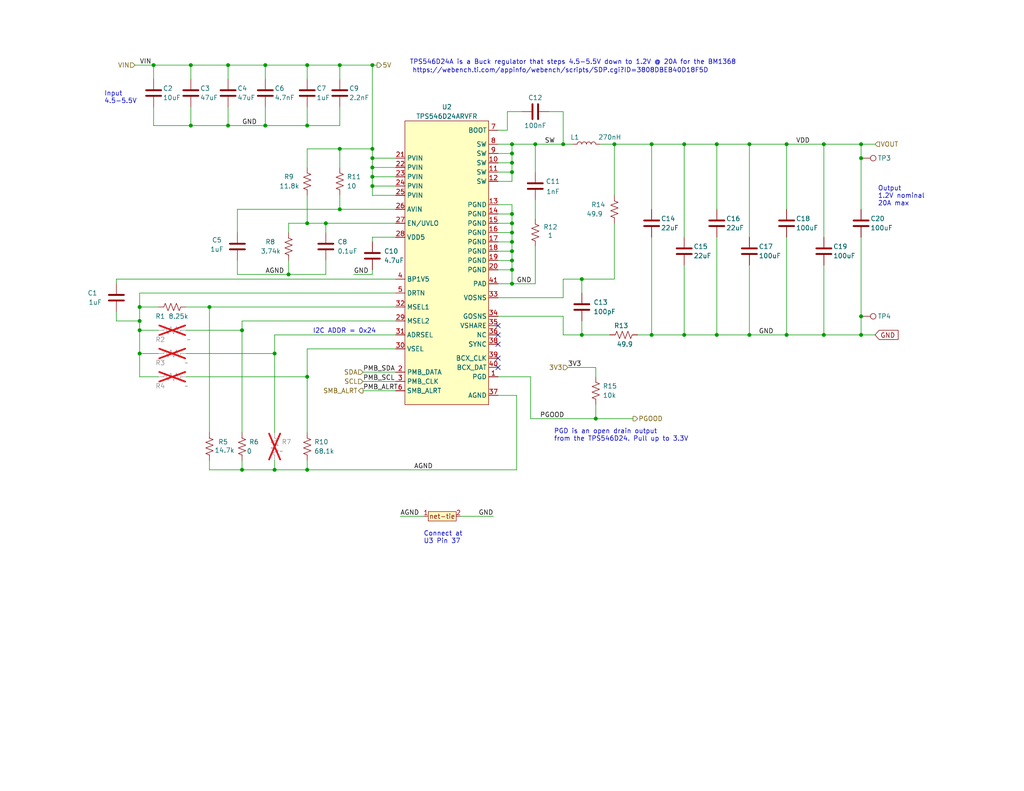
<source format=kicad_sch>
(kicad_sch (version 20231120) (generator "eeschema") (generator_version "8.0")
  (paper "A")
  (title_block (title "bitaxeSupra") (date "2024-04-07") (rev "402"))
  (lib_symbols
    (symbol "Connector:TestPoint" (pin_numbers hide) (pin_names (offset 0.762) hide)
      (property "Reference" "TP" (at 0 6.858 0))
      (property "Value" "TestPoint" (at 0 5.08 0))
      (symbol "TestPoint_0_1"
        (circle (center 0 3.302) (radius 0.762))
      )
      (symbol "TestPoint_1_1"
        (pin passive line (at 0 0 90) (length 2.54) (name "1") (number "1"))
      )
    )
    (symbol "Device:C" (pin_numbers hide) (pin_names (offset 0.254))
      (property "Reference" "C" (at 0.635 2.54 0))
      (property "Value" "C" (at 0.635 -2.54 0))
      (symbol "C_0_1"
        (polyline (pts (xy -2.032 -0.762) (xy 2.032 -0.762)) (stroke (width 0.508)))
        (polyline (pts (xy -2.032 0.762) (xy 2.032 0.762)) (stroke (width 0.508)))
      )
      (symbol "C_1_1"
        (pin passive line (at 0 3.81 270) (length 2.794) (name "~") (number "1"))
        (pin passive line (at 0 -3.81 90) (length 2.794) (name "~") (number "2"))
      )
    )
    (symbol "Device:L" (pin_numbers hide) (pin_names (offset 1.016) hide)
      (property "Reference" "L" (at -1.27 0 90))
      (property "Value" "L" (at 1.905 0 90))
      (symbol "L_0_1"
        (arc (start 0 -2.54) (mid 0.6323 -1.905) (end 0 -1.27))
        (arc (start 0 -1.27) (mid 0.6323 -0.635) (end 0 0))
        (arc (start 0 0) (mid 0.6323 0.635) (end 0 1.27))
        (arc (start 0 1.27) (mid 0.6323 1.905) (end 0 2.54))
      )
      (symbol "L_1_1"
        (pin passive line (at 0 3.81 270) (length 1.27) (name "1") (number "1"))
        (pin passive line (at 0 -3.81 90) (length 1.27) (name "2") (number "2"))
      )
    )
    (symbol "Device:R_US" (pin_numbers hide) (pin_names (offset 0))
      (property "Reference" "R" (at 2.54 0 90))
      (property "Value" "R_US" (at -2.54 0 90))
      (symbol "R_US_0_1"
        (polyline (pts (xy 0 -2.286) (xy 0 -2.54)))
        (polyline (pts (xy 0 2.286) (xy 0 2.54)))
        (polyline (pts (xy 0 -0.762) (xy 1.016 -1.143) (xy 0 -1.524) (xy -1.016 -1.905) (xy 0 -2.286)))
        (polyline (pts (xy 0 0.762) (xy 1.016 0.381) (xy 0 0) (xy -1.016 -0.381) (xy 0 -0.762)))
        (polyline (pts (xy 0 2.286) (xy 1.016 1.905) (xy 0 1.524) (xy -1.016 1.143) (xy 0 0.762)))
      )
      (symbol "R_US_1_1"
        (pin passive line (at 0 3.81 270) (length 1.27) (name "~") (number "1"))
        (pin passive line (at 0 -3.81 90) (length 1.27) (name "~") (number "2"))
      )
    )
    (symbol "bitaxe:TPS546D24"
      (property "Reference" "U10" (at 0 45.72 0))
      (property "Value" "TPS546D24ARVFR" (at 0 43.18 0))
      (symbol "TPS546D24_0_1"
        (rectangle (start -11.43 41.91) (end 11.43 -35.56) (stroke (width 0.1524)) (fill (type background)))
      )
      (symbol "TPS546D24_1_1"
        (pin input line (at 13.97 -27.94 180) (length 2.54) (name "PGD") (number "1"))
        (pin power_in line (at 13.97 30.48 180) (length 2.54) (name "SW") (number "10"))
        (pin output line (at 13.97 27.94 180) (length 2.54) (name "SW") (number "11"))
        (pin power_out line (at 13.97 25.4 180) (length 2.54) (name "SW") (number "12"))
        (pin output line (at 13.97 19.05 180) (length 2.54) (name "PGND") (number "13"))
        (pin output line (at 13.97 16.51 180) (length 2.54) (name "PGND") (number "14"))
        (pin input line (at 13.97 13.97 180) (length 2.54) (name "PGND") (number "15"))
        (pin input line (at 13.97 11.43 180) (length 2.54) (name "PGND") (number "16"))
        (pin power_in line (at 13.97 8.89 180) (length 2.54) (name "PGND") (number "17"))
        (pin input line (at 13.97 6.35 180) (length 2.54) (name "PGND") (number "18"))
        (pin input line (at 13.97 3.81 180) (length 2.54) (name "PGND") (number "19"))
        (pin input line (at -13.97 -26.67 0) (length 2.54) (name "PMB_DATA") (number "2"))
        (pin power_in line (at 13.97 1.27 180) (length 2.54) (name "PGND") (number "20"))
        (pin input line (at -13.97 31.75 0) (length 2.54) (name "PVIN") (number "21"))
        (pin input line (at -13.97 29.21 0) (length 2.54) (name "PVIN") (number "22"))
        (pin input line (at -13.97 26.67 0) (length 2.54) (name "PVIN") (number "23"))
        (pin input line (at -13.97 24.13 0) (length 2.54) (name "PVIN") (number "24"))
        (pin input line (at -13.97 21.59 0) (length 2.54) (name "PVIN") (number "25"))
        (pin input line (at -13.97 17.78 0) (length 2.54) (name "AVIN") (number "26"))
        (pin input line (at -13.97 13.97 0) (length 2.54) (name "EN/UVLO") (number "27"))
        (pin output line (at -13.97 10.16 0) (length 2.54) (name "VDD5") (number "28"))
        (pin input line (at -13.97 -12.7 0) (length 2.54) (name "MSEL2") (number "29"))
        (pin input line (at -13.97 -29.21 0) (length 2.54) (name "PMB_CLK") (number "3"))
        (pin input line (at -13.97 -20.32 0) (length 2.54) (name "VSEL") (number "30"))
        (pin input line (at -13.97 -16.51 0) (length 2.54) (name "ADRSEL") (number "31"))
        (pin input line (at -13.97 -8.89 0) (length 2.54) (name "MSEL1") (number "32"))
        (pin output line (at 13.97 -6.35 180) (length 2.54) (name "VOSNS") (number "33"))
        (pin output line (at 13.97 -11.43 180) (length 2.54) (name "GOSNS") (number "34"))
        (pin input line (at 13.97 -13.97 180) (length 2.54) (name "VSHARE") (number "35"))
        (pin input line (at 13.97 -16.51 180) (length 2.54) (name "NC") (number "36"))
        (pin power_in line (at 13.97 -33.02 180) (length 2.54) (name "AGND") (number "37"))
        (pin input line (at 13.97 -19.05 180) (length 2.54) (name "SYNC") (number "38"))
        (pin input line (at 13.97 -22.86 180) (length 2.54) (name "BCX_CLK") (number "39"))
        (pin input line (at -13.97 -1.27 0) (length 2.54) (name "BP1V5") (number "4"))
        (pin input line (at 13.97 -25.4 180) (length 2.54) (name "BCX_DAT") (number "40"))
        (pin power_in line (at 13.97 -2.54 180) (length 2.54) (name "PAD") (number "41"))
        (pin input line (at -13.97 -5.08 0) (length 2.54) (name "DRTN") (number "5"))
        (pin input line (at -13.97 -31.75 0) (length 2.54) (name "SMB_ALRT") (number "6"))
        (pin input line (at 13.97 39.37 180) (length 2.54) (name "BOOT") (number "7"))
        (pin output line (at 13.97 35.56 180) (length 2.54) (name "SW") (number "8"))
        (pin power_in line (at 13.97 33.02 180) (length 2.54) (name "SW") (number "9"))
      )
    )
    (symbol "bitaxe:net-tie"
      (symbol "net-tie_0_1"
        (rectangle (start -3.81 1.27) (end 3.81 -1.27) (stroke (width 0.1524)) (fill (type background)))
      )
      (symbol "net-tie_1_0"
        (pin bidirectional line (at -5.08 0 0) (length 1.27) (name "") (number "1"))
        (pin bidirectional line (at 5.08 0 180) (length 1.27) (name "") (number "2"))
      )
      (symbol "net-tie_1_1"
        (text "net-tie" (at 0 0 0) (effects (font (size 1.27 1.27))))
      )
    )
  )
  (junction (at 66.04 90.17))
  (junction (at 83.82 60.96))
  (junction (at 62.23 17.78))
  (junction (at 139.7 46.99))
  (junction (at 186.69 39.37))
  (junction (at 146.05 39.37))
  (junction (at 38.1 96.52))
  (junction (at 234.95 91.44))
  (junction (at 83.82 17.78))
  (junction (at 52.07 17.78))
  (junction (at 162.56 114.3))
  (junction (at 41.91 17.78))
  (junction (at 101.6 45.72))
  (junction (at 224.79 91.44))
  (junction (at 195.58 39.37))
  (junction (at 83.82 128.27))
  (junction (at 234.95 39.37))
  (junction (at 92.71 57.15))
  (junction (at 92.71 17.78))
  (junction (at 186.69 91.44))
  (junction (at 38.1 83.82))
  (junction (at 72.39 34.29))
  (junction (at 52.07 34.29))
  (junction (at 83.82 102.87))
  (junction (at 177.8 39.37))
  (junction (at 57.15 83.82))
  (junction (at 92.71 40.64))
  (junction (at 78.74 74.93))
  (junction (at 101.6 43.18))
  (junction (at 153.67 39.37))
  (junction (at 74.93 128.27))
  (junction (at 204.47 39.37))
  (junction (at 139.7 63.5))
  (junction (at 158.75 91.44))
  (junction (at 139.7 58.42))
  (junction (at 101.6 48.26))
  (junction (at 139.7 41.91))
  (junction (at 139.7 66.04))
  (junction (at 234.95 43.18))
  (junction (at 214.63 91.44))
  (junction (at 214.63 39.37))
  (junction (at 139.7 60.96))
  (junction (at 224.79 39.37))
  (junction (at 177.8 91.44))
  (junction (at 234.95 86.36))
  (junction (at 139.7 44.45))
  (junction (at 167.64 39.37))
  (junction (at 74.93 96.52))
  (junction (at 101.6 50.8))
  (junction (at 139.7 77.47))
  (junction (at 139.7 73.66))
  (junction (at 204.47 91.44))
  (junction (at 101.6 17.78))
  (junction (at 72.39 17.78))
  (junction (at 38.1 87.63))
  (junction (at 139.7 71.12))
  (junction (at 101.6 40.64))
  (junction (at 139.7 68.58))
  (junction (at 195.58 91.44))
  (junction (at 62.23 34.29))
  (junction (at 38.1 90.17))
  (junction (at 158.75 76.2))
  (junction (at 66.04 128.27))
  (junction (at 83.82 34.29))
  (junction (at 88.9 60.96))
  (junction (at 139.7 39.37))
  (no_connect (at 135.89 88.9))
  (no_connect (at 135.89 93.98))
  (no_connect (at 135.89 97.79))
  (no_connect (at 135.89 91.44))
  (no_connect (at 135.89 100.33))
  (wire (pts (xy 146.05 59.69) (xy 146.05 54.61)))
  (wire (pts (xy 139.7 41.91) (xy 139.7 39.37)))
  (wire (pts (xy 92.71 45.72) (xy 92.71 40.64)))
  (wire (pts (xy 139.7 73.66) (xy 139.7 77.47)))
  (wire (pts (xy 92.71 53.34) (xy 92.71 57.15)))
  (wire (pts (xy 31.75 76.2) (xy 31.75 77.47)))
  (wire (pts (xy 195.58 39.37) (xy 195.58 57.15)))
  (wire (pts (xy 88.9 60.96) (xy 107.95 60.96)))
  (wire (pts (xy 101.6 43.18) (xy 107.95 43.18)))
  (wire (pts (xy 101.6 45.72) (xy 101.6 48.26)))
  (wire (pts (xy 72.39 34.29) (xy 83.82 34.29)))
  (wire (pts (xy 224.79 72.39) (xy 224.79 91.44)))
  (wire (pts (xy 62.23 17.78) (xy 62.23 21.59)))
  (wire (pts (xy 167.64 39.37) (xy 177.8 39.37)))
  (wire (pts (xy 101.6 40.64) (xy 101.6 43.18)))
  (wire (pts (xy 153.67 39.37) (xy 156.21 39.37)))
  (wire (pts (xy 146.05 46.99) (xy 146.05 39.37)))
  (wire (pts (xy 101.6 66.04) (xy 101.6 64.77)))
  (wire (pts (xy 83.82 60.96) (xy 78.74 60.96)))
  (wire (pts (xy 66.04 87.63) (xy 66.04 90.17)))
  (wire (pts (xy 83.82 40.64) (xy 92.71 40.64)))
  (wire (pts (xy 139.7 58.42) (xy 139.7 60.96)))
  (wire (pts (xy 66.04 128.27) (xy 74.93 128.27)))
  (wire (pts (xy 162.56 114.3) (xy 172.72 114.3)))
  (wire (pts (xy 78.74 71.12) (xy 78.74 74.93)))
  (wire (pts (xy 72.39 29.21) (xy 72.39 34.29)))
  (wire (pts (xy 96.52 74.93) (xy 101.6 74.93)))
  (wire (pts (xy 52.07 34.29) (xy 62.23 34.29)))
  (wire (pts (xy 135.89 102.87) (xy 144.78 102.87)))
  (wire (pts (xy 38.1 90.17) (xy 43.18 90.17)))
  (wire (pts (xy 31.75 87.63) (xy 38.1 87.63)))
  (wire (pts (xy 31.75 85.09) (xy 31.75 87.63)))
  (wire (pts (xy 135.89 58.42) (xy 139.7 58.42)))
  (wire (pts (xy 41.91 17.78) (xy 52.07 17.78)))
  (wire (pts (xy 195.58 91.44) (xy 204.47 91.44)))
  (wire (pts (xy 83.82 102.87) (xy 83.82 118.11)))
  (wire (pts (xy 234.95 43.18) (xy 234.95 57.15)))
  (wire (pts (xy 64.77 74.93) (xy 78.74 74.93)))
  (wire (pts (xy 88.9 71.12) (xy 88.9 74.93)))
  (wire (pts (xy 139.7 49.53) (xy 139.7 46.99)))
  (wire (pts (xy 101.6 50.8) (xy 101.6 53.34)))
  (wire (pts (xy 204.47 91.44) (xy 214.63 91.44)))
  (wire (pts (xy 101.6 17.78) (xy 92.71 17.78)))
  (wire (pts (xy 135.89 107.95) (xy 140.97 107.95)))
  (wire (pts (xy 36.83 17.78) (xy 41.91 17.78)))
  (wire (pts (xy 177.8 91.44) (xy 186.69 91.44)))
  (wire (pts (xy 214.63 91.44) (xy 224.79 91.44)))
  (wire (pts (xy 64.77 63.5) (xy 64.77 57.15)))
  (wire (pts (xy 38.1 87.63) (xy 38.1 90.17)))
  (wire (pts (xy 38.1 90.17) (xy 38.1 96.52)))
  (wire (pts (xy 214.63 57.15) (xy 214.63 39.37)))
  (wire (pts (xy 52.07 17.78) (xy 52.07 21.59)))
  (wire (pts (xy 204.47 72.39) (xy 204.47 91.44)))
  (wire (pts (xy 153.67 30.48) (xy 153.67 39.37)))
  (wire (pts (xy 83.82 60.96) (xy 88.9 60.96)))
  (wire (pts (xy 107.95 76.2) (xy 31.75 76.2)))
  (wire (pts (xy 38.1 102.87) (xy 43.18 102.87)))
  (wire (pts (xy 177.8 39.37) (xy 186.69 39.37)))
  (wire (pts (xy 139.7 44.45) (xy 139.7 41.91)))
  (wire (pts (xy 83.82 125.73) (xy 83.82 128.27)))
  (wire (pts (xy 204.47 39.37) (xy 204.47 64.77)))
  (wire (pts (xy 167.64 60.96) (xy 167.64 76.2)))
  (wire (pts (xy 83.82 45.72) (xy 83.82 40.64)))
  (wire (pts (xy 38.1 96.52) (xy 38.1 102.87)))
  (wire (pts (xy 83.82 95.25) (xy 83.82 102.87)))
  (wire (pts (xy 101.6 43.18) (xy 101.6 45.72)))
  (wire (pts (xy 83.82 17.78) (xy 83.82 21.59)))
  (wire (pts (xy 135.89 81.28) (xy 153.67 81.28)))
  (wire (pts (xy 144.78 114.3) (xy 162.56 114.3)))
  (wire (pts (xy 158.75 76.2) (xy 167.64 76.2)))
  (wire (pts (xy 139.7 71.12) (xy 139.7 73.66)))
  (wire (pts (xy 38.1 96.52) (xy 43.18 96.52)))
  (wire (pts (xy 135.89 46.99) (xy 139.7 46.99)))
  (wire (pts (xy 50.8 83.82) (xy 57.15 83.82)))
  (wire (pts (xy 144.78 102.87) (xy 144.78 114.3)))
  (wire (pts (xy 99.06 101.6) (xy 107.95 101.6)))
  (wire (pts (xy 83.82 17.78) (xy 92.71 17.78)))
  (wire (pts (xy 158.75 91.44) (xy 166.37 91.44)))
  (wire (pts (xy 101.6 48.26) (xy 101.6 50.8)))
  (wire (pts (xy 83.82 53.34) (xy 83.82 60.96)))
  (wire (pts (xy 139.7 63.5) (xy 139.7 66.04)))
  (wire (pts (xy 162.56 110.49) (xy 162.56 114.3)))
  (wire (pts (xy 88.9 63.5) (xy 88.9 60.96)))
  (wire (pts (xy 158.75 87.63) (xy 158.75 91.44)))
  (wire (pts (xy 50.8 96.52) (xy 74.93 96.52)))
  (wire (pts (xy 41.91 21.59) (xy 41.91 17.78)))
  (wire (pts (xy 139.7 55.88) (xy 139.7 58.42)))
  (wire (pts (xy 78.74 60.96) (xy 78.74 63.5)))
  (wire (pts (xy 139.7 73.66) (xy 135.89 73.66)))
  (wire (pts (xy 224.79 91.44) (xy 234.95 91.44)))
  (wire (pts (xy 101.6 45.72) (xy 107.95 45.72)))
  (wire (pts (xy 135.89 86.36) (xy 153.67 86.36)))
  (wire (pts (xy 101.6 50.8) (xy 107.95 50.8)))
  (wire (pts (xy 72.39 17.78) (xy 72.39 21.59)))
  (wire (pts (xy 139.7 39.37) (xy 146.05 39.37)))
  (wire (pts (xy 66.04 125.73) (xy 66.04 128.27)))
  (wire (pts (xy 214.63 64.77) (xy 214.63 91.44)))
  (wire (pts (xy 83.82 128.27) (xy 140.97 128.27)))
  (wire (pts (xy 139.7 39.37) (xy 135.89 39.37)))
  (wire (pts (xy 99.06 104.14) (xy 107.95 104.14)))
  (wire (pts (xy 158.75 76.2) (xy 158.75 80.01)))
  (wire (pts (xy 135.89 66.04) (xy 139.7 66.04)))
  (wire (pts (xy 101.6 73.66) (xy 101.6 74.93)))
  (wire (pts (xy 101.6 48.26) (xy 107.95 48.26)))
  (wire (pts (xy 234.95 64.77) (xy 234.95 86.36)))
  (wire (pts (xy 186.69 91.44) (xy 195.58 91.44)))
  (wire (pts (xy 57.15 128.27) (xy 66.04 128.27)))
  (wire (pts (xy 234.95 91.44) (xy 238.76 91.44)))
  (wire (pts (xy 92.71 17.78) (xy 92.71 21.59)))
  (wire (pts (xy 57.15 125.73) (xy 57.15 128.27)))
  (wire (pts (xy 234.95 39.37) (xy 234.95 43.18)))
  (wire (pts (xy 101.6 17.78) (xy 101.6 40.64)))
  (wire (pts (xy 72.39 17.78) (xy 83.82 17.78)))
  (wire (pts (xy 135.89 71.12) (xy 139.7 71.12)))
  (wire (pts (xy 38.1 83.82) (xy 43.18 83.82)))
  (wire (pts (xy 135.89 68.58) (xy 139.7 68.58)))
  (wire (pts (xy 139.7 68.58) (xy 139.7 71.12)))
  (wire (pts (xy 177.8 64.77) (xy 177.8 91.44)))
  (wire (pts (xy 163.83 39.37) (xy 167.64 39.37)))
  (wire (pts (xy 195.58 39.37) (xy 204.47 39.37)))
  (wire (pts (xy 153.67 91.44) (xy 158.75 91.44)))
  (wire (pts (xy 234.95 86.36) (xy 234.95 91.44)))
  (wire (pts (xy 139.7 46.99) (xy 139.7 44.45)))
  (wire (pts (xy 64.77 57.15) (xy 92.71 57.15)))
  (wire (pts (xy 50.8 102.87) (xy 83.82 102.87)))
  (wire (pts (xy 149.86 30.48) (xy 153.67 30.48)))
  (wire (pts (xy 52.07 29.21) (xy 52.07 34.29)))
  (wire (pts (xy 214.63 39.37) (xy 224.79 39.37)))
  (wire (pts (xy 125.73 140.97) (xy 134.62 140.97)))
  (wire (pts (xy 138.43 35.56) (xy 138.43 30.48)))
  (wire (pts (xy 101.6 64.77) (xy 107.95 64.77)))
  (wire (pts (xy 101.6 17.78) (xy 102.87 17.78)))
  (wire (pts (xy 41.91 29.21) (xy 41.91 34.29)))
  (wire (pts (xy 153.67 81.28) (xy 153.67 76.2)))
  (wire (pts (xy 204.47 39.37) (xy 214.63 39.37)))
  (wire (pts (xy 146.05 77.47) (xy 139.7 77.47)))
  (wire (pts (xy 92.71 34.29) (xy 92.71 29.21)))
  (wire (pts (xy 153.67 86.36) (xy 153.67 91.44)))
  (wire (pts (xy 173.99 91.44) (xy 177.8 91.44)))
  (wire (pts (xy 138.43 30.48) (xy 142.24 30.48)))
  (wire (pts (xy 74.93 91.44) (xy 74.93 96.52)))
  (wire (pts (xy 146.05 67.31) (xy 146.05 77.47)))
  (wire (pts (xy 146.05 39.37) (xy 153.67 39.37)))
  (wire (pts (xy 57.15 83.82) (xy 107.95 83.82)))
  (wire (pts (xy 135.89 63.5) (xy 139.7 63.5)))
  (wire (pts (xy 186.69 39.37) (xy 195.58 39.37)))
  (wire (pts (xy 177.8 39.37) (xy 177.8 57.15)))
  (wire (pts (xy 234.95 39.37) (xy 238.76 39.37)))
  (wire (pts (xy 38.1 83.82) (xy 38.1 87.63)))
  (wire (pts (xy 92.71 40.64) (xy 101.6 40.64)))
  (wire (pts (xy 135.89 44.45) (xy 139.7 44.45)))
  (wire (pts (xy 167.64 39.37) (xy 167.64 53.34)))
  (wire (pts (xy 135.89 60.96) (xy 139.7 60.96)))
  (wire (pts (xy 195.58 64.77) (xy 195.58 91.44)))
  (wire (pts (xy 135.89 35.56) (xy 138.43 35.56)))
  (wire (pts (xy 162.56 102.87) (xy 162.56 100.33)))
  (wire (pts (xy 186.69 72.39) (xy 186.69 91.44)))
  (wire (pts (xy 66.04 90.17) (xy 66.04 118.11)))
  (wire (pts (xy 74.93 91.44) (xy 107.95 91.44)))
  (wire (pts (xy 62.23 29.21) (xy 62.23 34.29)))
  (wire (pts (xy 52.07 17.78) (xy 62.23 17.78)))
  (wire (pts (xy 135.89 41.91) (xy 139.7 41.91)))
  (wire (pts (xy 154.94 100.33) (xy 162.56 100.33)))
  (wire (pts (xy 66.04 87.63) (xy 107.95 87.63)))
  (wire (pts (xy 92.71 57.15) (xy 107.95 57.15)))
  (wire (pts (xy 107.95 53.34) (xy 101.6 53.34)))
  (wire (pts (xy 74.93 128.27) (xy 83.82 128.27)))
  (wire (pts (xy 140.97 107.95) (xy 140.97 128.27)))
  (wire (pts (xy 38.1 80.01) (xy 107.95 80.01)))
  (wire (pts (xy 139.7 60.96) (xy 139.7 63.5)))
  (wire (pts (xy 83.82 95.25) (xy 107.95 95.25)))
  (wire (pts (xy 57.15 83.82) (xy 57.15 118.11)))
  (wire (pts (xy 62.23 17.78) (xy 72.39 17.78)))
  (wire (pts (xy 83.82 34.29) (xy 92.71 34.29)))
  (wire (pts (xy 74.93 96.52) (xy 74.93 118.11)))
  (wire (pts (xy 78.74 74.93) (xy 88.9 74.93)))
  (wire (pts (xy 83.82 29.21) (xy 83.82 34.29)))
  (wire (pts (xy 41.91 34.29) (xy 52.07 34.29)))
  (wire (pts (xy 62.23 34.29) (xy 72.39 34.29)))
  (wire (pts (xy 135.89 55.88) (xy 139.7 55.88)))
  (wire (pts (xy 64.77 71.12) (xy 64.77 74.93)))
  (wire (pts (xy 224.79 39.37) (xy 234.95 39.37)))
  (wire (pts (xy 109.22 140.97) (xy 115.57 140.97)))
  (wire (pts (xy 139.7 66.04) (xy 139.7 68.58)))
  (wire (pts (xy 74.93 125.73) (xy 74.93 128.27)))
  (wire (pts (xy 224.79 39.37) (xy 224.79 64.77)))
  (wire (pts (xy 38.1 80.01) (xy 38.1 83.82)))
  (wire (pts (xy 153.67 76.2) (xy 158.75 76.2)))
  (wire (pts (xy 135.89 49.53) (xy 139.7 49.53)))
  (wire (pts (xy 99.06 106.68) (xy 107.95 106.68)))
  (wire (pts (xy 186.69 39.37) (xy 186.69 64.77)))
  (wire (pts (xy 50.8 90.17) (xy 66.04 90.17)))
  (wire (pts (xy 135.89 77.47) (xy 139.7 77.47)))
  (text "TPS546D24A is a Buck regulator that steps 4.5-5.5V down to 1.2V @ 20A for the BM1368" (at 111.76 17.78 0) (effects (font (size 1.27 1.27)) (justify left bottom)))
  (text "https://webench.ti.com/appinfo/webench/scripts/SDP.cgi?ID=3808DBEB40D18F5D" (at 152.908 19.304 0) (effects (font (size 1.27 1.27))))
  (text "Input \n4.5-5.5V" (at 28.448 28.448 0) (effects (font (size 1.27 1.27)) (justify left bottom)))
  (text "PGD is an open drain output\nfrom the TPS546D24. Pull up to 3.3V" (at 151.13 120.65 0) (effects (font (size 1.27 1.27)) (justify left bottom)))
  (text "I2C ADDR = 0x24" (at 85.344 91.186 0) (effects (font (size 1.27 1.27)) (justify left bottom)))
  (text "Output \n1.2V nominal\n20A max" (at 239.522 56.388 0) (effects (font (size 1.27 1.27)) (justify left bottom)))
  (text "Connect at\nU3 Pin 37" (at 115.57 148.59 0) (effects (font (size 1.27 1.27)) (justify left bottom)))
  (label "GND" (at 134.62 140.97 180))
  (label "PMB_SDA" (at 99.06 101.6 0))
  (label "GND" (at 96.52 74.93 0))
  (label "SW" (at 148.59 39.37 0))
  (label "GND" (at 140.97 77.47 0))
  (label "PMB_SCL" (at 99.06 104.14 0))
  (label "AGND" (at 118.11 128.27 180))
  (label "AGND" (at 72.39 74.93 0))
  (label "GND" (at 207.01 91.44 0))
  (label "PMB_ALRT" (at 99.06 106.68 0))
  (label "PGOOD" (at 147.32 114.3 0))
  (label "GND" (at 66.04 34.29 0))
  (label "AGND" (at 109.22 140.97 0))
  (label "VIN" (at 38.1 17.78 0))
  (label "VDD" (at 217.17 39.37 0))
  (label "3V3" (at 154.94 100.33 0))
  (global_label "GND" (shape input) (at 238.76 91.44 0) (property "Intersheetrefs" "${INTERSHEET_REFS}" (effects (hide yes))))
  (hierarchical_label "VOUT" (shape input) (at 238.76 39.37 0))
  (hierarchical_label "SMB_ALRT" (shape output) (at 99.06 106.68 180))
  (hierarchical_label "3V3" (shape input) (at 154.94 100.33 180))
  (hierarchical_label "SCL" (shape input) (at 99.06 104.14 180))
  (hierarchical_label "PGOOD" (shape output) (at 172.72 114.3 0))
  (hierarchical_label "SDA" (shape input) (at 99.06 101.6 180))
  (hierarchical_label "5V" (shape output) (at 102.87 17.78 0))
  (hierarchical_label "VIN" (shape input) (at 36.83 17.78 180))
  (symbol (lib_id "Device:C") (at 177.8 60.96 0) (unit 1)
    (property "Reference" "C14" (at 180.34 59.69 0) (effects (justify left)))
    (property "Value" "22uF" (at 180.34 62.23 0) (effects (justify left)))
    (property "Footprint" "Capacitor_SMD:C_0805_2012Metric" (effects (hide yes)))
    (property "DK" "490-10746-1-ND" (effects (hide yes)))
    (property "PARTNO" "GRM21BR61A226ME44L" (effects (hide yes)))
  )
  (symbol (lib_id "Device:C") (at 41.91 25.4 0) (unit 1)
    (property "Reference" "C2" (at 44.45 24.13 0) (effects (justify left)))
    (property "Value" "10uF" (at 44.45 26.67 0) (effects (justify left)))
    (property "Footprint" "Capacitor_SMD:C_1206_3216Metric" (effects (hide yes)))
    (property "DK" "1276-3038-1-ND" (effects (hide yes)))
    (property "PARTNO" "CL31A106KAHNFNE" (effects (hide yes)))
  )
  (symbol (lib_id "Device:R_US") (at 167.64 57.15 0) (unit 1)
    (property "Reference" "R14" (at 161.29 55.88 0) (effects (justify left)))
    (property "Value" "49.9" (at 160.02 58.42 0) (effects (justify left)))
    (property "Footprint" "Resistor_SMD:R_0402_1005Metric" (effects (hide yes)))
    (property "DK" "311-49.9LRCT-ND" (effects (hide yes)))
    (property "PARTNO" "RC0402FR-0749R9L" (effects (hide yes)))
  )
  (symbol (lib_id "Device:C") (at 101.6 69.85 0) (unit 1)
    (property "Reference" "C10" (at 104.775 68.58 0) (effects (justify left)))
    (property "Value" "4.7uF" (at 104.775 71.12 0) (effects (justify left)))
    (property "Footprint" "Capacitor_SMD:C_0402_1005Metric" (effects (hide yes)))
    (property "DK" "490-14306-1-ND" (effects (hide yes)))
    (property "PARTNO" "GRM155R61A475MEAAD" (effects (hide yes)))
  )
  (symbol (lib_id "Connector:TestPoint") (at 234.95 86.36 270) (mirror x) (unit 1) (in_bom no)
    (property "Reference" "TP4" (at 241.3 86.36 90))
    (property "Value" "TestPoint" (effects (hide yes)))
    (property "Footprint" "TestPoint:TestPoint_Pad_D1.5mm" (effects (hide yes)))
  )
  (symbol (lib_id "Device:C") (at 31.75 81.28 0) (unit 1)
    (property "Reference" "C1" (at 23.876 80.01 0) (effects (justify left)))
    (property "Value" "1uF" (at 24.13 82.55 0) (effects (justify left)))
    (property "Footprint" "Capacitor_SMD:C_0603_1608Metric" (effects (hide yes)))
    (property "DK" "490-1550-1-ND" (effects (hide yes)))
    (property "PARTNO" "GRM188R60J105KA01D" (effects (hide yes)))
  )
  (symbol (lib_id "Device:R_US") (at 78.74 67.31 0) (unit 1)
    (property "Reference" "R8" (at 72.39 66.04 0) (effects (justify left)))
    (property "Value" "3.74k" (at 71.12 68.58 0) (effects (justify left)))
    (property "Footprint" "Resistor_SMD:R_0402_1005Metric" (effects (hide yes)))
    (property "DK" "311-3.74KLRCT-ND" (effects (hide yes)))
    (property "PARTNO" "RC0402FR-073K74L" (effects (hide yes)))
  )
  (symbol (lib_id "Device:R_US") (at 83.82 121.92 0) (unit 1)
    (property "Reference" "R10" (at 85.725 120.65 0) (effects (justify left)))
    (property "Value" "68.1k" (at 85.725 123.19 0) (effects (justify left)))
    (property "Footprint" "Resistor_SMD:R_0402_1005Metric" (effects (hide yes)))
    (property "DK" "YAG3213CT-ND" (effects (hide yes)))
    (property "PARTNO" "RC0402FR-0768K1L" (effects (hide yes)))
  )
  (symbol (lib_id "Device:C") (at 158.75 83.82 0) (unit 1)
    (property "Reference" "C13" (at 161.925 82.55 0) (effects (justify left)))
    (property "Value" "100pF" (at 161.925 85.09 0) (effects (justify left)))
    (property "Footprint" "Capacitor_SMD:C_0402_1005Metric" (effects (hide yes)))
    (property "DK" "732-7431-1-ND" (effects (hide yes)))
    (property "PARTNO" "885012005013" (effects (hide yes)))
  )
  (symbol (lib_id "Device:L") (at 160.02 39.37 90) (unit 1)
    (property "Reference" "L1" (at 156.845 37.465 90))
    (property "Value" "270nH" (at 166.37 37.465 90))
    (property "Footprint" "bitaxe:SLC1175-271MEC_COC" (effects (hide yes)))
    (property "Datasheet" "https://www.mouser.com/datasheet/2/597/slc1175-270653.pdf" (effects (hide yes)))
    (property "PARTNO" "SLC1175-271MEC" (effects (hide yes)))
    (property "Mouser" "994-SLC1175-271MEC" (effects (hide yes)))
  )
  (symbol (lib_id "Connector:TestPoint") (at 234.95 43.18 270) (mirror x) (unit 1) (in_bom no)
    (property "Reference" "TP3" (at 241.3 43.18 90))
    (property "Value" "TestPoint" (effects (hide yes)))
    (property "Footprint" "TestPoint:TestPoint_Pad_D1.5mm" (effects (hide yes)))
  )
  (symbol (lib_id "Device:C") (at 224.79 68.58 0) (unit 1)
    (property "Reference" "C19" (at 227.33 67.31 0) (effects (justify left)))
    (property "Value" "100uF" (at 227.33 69.85 0) (effects (justify left)))
    (property "Footprint" "Capacitor_SMD:C_1210_3225Metric" (effects (hide yes)))
    (property "DK" "490-6533-1-ND" (effects (hide yes)))
    (property "PARTNO" "GRM32EC80J107ME20L" (effects (hide yes)))
  )
  (symbol (lib_id "Device:C") (at 214.63 60.96 0) (unit 1)
    (property "Reference" "C18" (at 217.17 59.69 0) (effects (justify left)))
    (property "Value" "100uF" (at 217.17 62.23 0) (effects (justify left)))
    (property "Footprint" "Capacitor_SMD:C_1210_3225Metric" (effects (hide yes)))
    (property "DK" "490-6533-1-ND" (effects (hide yes)))
    (property "PARTNO" "GRM32EC80J107ME20L" (effects (hide yes)))
  )
  (symbol (lib_id "Device:C") (at 83.82 25.4 0) (unit 1)
    (property "Reference" "C7" (at 86.36 24.13 0) (effects (justify left)))
    (property "Value" "1uF" (at 86.36 26.67 0) (effects (justify left)))
    (property "Footprint" "Capacitor_SMD:C_0805_2012Metric" (effects (hide yes)))
    (property "DK" "587-1291-1-ND" (effects (hide yes)))
    (property "PARTNO" "TMK212BJ105KG-T" (effects (hide yes)))
  )
  (symbol (lib_id "bitaxe:TPS546D24") (at 121.92 74.93 0) (unit 1)
    (property "Reference" "U2" (at 121.92 29.21 0))
    (property "Value" "TPS546D24ARVFR" (at 121.92 31.75 0))
    (property "Footprint" "bitaxe:LQFN40-CLIP" (effects (hide yes)))
    (property "Datasheet" "https://www.ti.com/lit/ds/symlink/tps546d24a.pdf" (effects (hide yes)))
    (property "DK" "296-TPS546D24ARVFRCT-ND" (effects (hide yes)))
    (property "PARTNO" "TPS546D24ARVFR" (effects (hide yes)))
  )
  (symbol (lib_id "Device:C") (at 146.05 50.8 180) (unit 1)
    (property "Reference" "C11" (at 150.876 49.53 0))
    (property "Value" "1nF" (at 150.876 52.324 0))
    (property "Footprint" "Capacitor_SMD:C_0805_2012Metric" (effects (hide yes)))
    (property "DK" "311-1127-1-ND" (effects (hide yes)))
    (property "PARTNO" "CC0805KRX7R9BB102" (effects (hide yes)))
  )
  (symbol (lib_id "Device:C") (at 62.23 25.4 0) (unit 1)
    (property "Reference" "C4" (at 64.77 24.13 0) (effects (justify left)))
    (property "Value" "47uF" (at 64.77 26.67 0) (effects (justify left)))
    (property "Footprint" "Capacitor_SMD:C_1210_3225Metric" (effects (hide yes)))
    (property "DK" "1276-3376-1-ND" (effects (hide yes)))
    (property "PARTNO" "CL32A476KOJNNNE" (effects (hide yes)))
  )
  (symbol (lib_id "Device:R_US") (at 57.15 121.92 180) (unit 1)
    (property "Reference" "R5" (at 62.23 120.65 0) (effects (justify left)))
    (property "Value" "14.7k" (at 64.008 122.936 0) (effects (justify left)))
    (property "Footprint" "Resistor_SMD:R_0402_1005Metric" (effects (hide yes)))
    (property "DK" "YAG2984CT-ND" (effects (hide yes)))
    (property "PARTNO" "RC0402FR-0714K7L" (effects (hide yes)))
  )
  (symbol (lib_id "Device:C") (at 52.07 25.4 0) (unit 1)
    (property "Reference" "C3" (at 54.61 24.13 0) (effects (justify left)))
    (property "Value" "47uF" (at 54.61 26.67 0) (effects (justify left)))
    (property "Footprint" "Capacitor_SMD:C_1210_3225Metric" (effects (hide yes)))
    (property "DK" "1276-3376-1-ND" (effects (hide yes)))
    (property "PARTNO" "CL32A476KOJNNNE" (effects (hide yes)))
  )
  (symbol (lib_id "Device:R_US") (at 66.04 121.92 0) (unit 1)
    (property "Reference" "R6" (at 67.945 120.65 0) (effects (justify left)))
    (property "Value" "0" (at 67.31 123.19 0) (effects (justify left)))
    (property "Footprint" "Resistor_SMD:R_0402_1005Metric" (effects (hide yes)))
    (property "DK" "311-0.0JRCT-ND" (effects (hide yes)))
    (property "PARTNO" "RC0402JR-070RL" (effects (hide yes)))
  )
  (symbol (lib_id "Device:R_US") (at 46.99 96.52 90) (unit 1) (in_bom no) (dnp yes)
    (property "Reference" "R3" (at 45.085 99.06 90) (effects (justify left)))
    (property "Value" "~" (at 51.435 99.06 90) (effects (justify left)))
    (property "Footprint" "Resistor_SMD:R_0402_1005Metric" (effects (hide yes)))
  )
  (symbol (lib_id "Device:C") (at 234.95 60.96 0) (unit 1)
    (property "Reference" "C20" (at 237.49 59.69 0) (effects (justify left)))
    (property "Value" "100uF" (at 237.49 62.23 0) (effects (justify left)))
    (property "Footprint" "Capacitor_SMD:C_1210_3225Metric" (effects (hide yes)))
    (property "DK" "490-6533-1-ND" (effects (hide yes)))
    (property "PARTNO" "GRM32EC80J107ME20L" (effects (hide yes)))
  )
  (symbol (lib_id "Device:R_US") (at 46.99 83.82 90) (unit 1)
    (property "Reference" "R1" (at 45.085 86.36 90) (effects (justify left)))
    (property "Value" "8.25k" (at 51.435 86.36 90) (effects (justify left)))
    (property "Footprint" "Resistor_SMD:R_0402_1005Metric" (effects (hide yes)))
    (property "DK" "311-8.25KLRCT-ND" (effects (hide yes)))
    (property "PARTNO" "RC0402FR-078K25L" (effects (hide yes)))
  )
  (symbol (lib_id "bitaxe:net-tie") (at 120.65 140.97 0) (unit 1) (in_bom no)
    (property "Reference" "T1" (effects (hide yes)))
    (property "Value" "net-tie" (effects (hide yes)))
    (property "Footprint" "bitaxe:NetTie-0.25mm" (effects (hide yes)))
  )
  (symbol (lib_id "Device:C") (at 146.05 30.48 90) (unit 1)
    (property "Reference" "C12" (at 146.05 26.67 90))
    (property "Value" "100nF" (at 146.05 34.29 90))
    (property "Footprint" "Capacitor_SMD:C_0805_2012Metric" (effects (hide yes)))
    (property "DK" "478-KGM21NR71E104KTCT-ND" (effects (hide yes)))
    (property "PARTNO" "KGM21NR71E104KT" (effects (hide yes)))
  )
  (symbol (lib_id "Device:R_US") (at 92.71 49.53 0) (unit 1)
    (property "Reference" "R11" (at 94.615 48.26 0) (effects (justify left)))
    (property "Value" "10" (at 94.615 50.8 0) (effects (justify left)))
    (property "Footprint" "Resistor_SMD:R_0402_1005Metric" (effects (hide yes)))
    (property "DK" "311-10.0LRCT-ND" (effects (hide yes)))
    (property "PARTNO" "RC0402FR-0710RL" (effects (hide yes)))
  )
  (symbol (lib_id "Device:R_US") (at 162.56 106.68 180) (unit 1)
    (property "Reference" "R15" (at 164.465 105.41 0) (effects (justify right)))
    (property "Value" "10k" (at 164.465 107.95 0) (effects (justify right)))
    (property "Footprint" "Resistor_SMD:R_0402_1005Metric" (effects (hide yes)))
    (property "DK" "311-10KJRCT-ND" (effects (hide yes)))
    (property "PARTNO" "RC0402JR-0710KL" (effects (hide yes)))
  )
  (symbol (lib_id "Device:C") (at 64.77 67.31 180) (unit 1)
    (property "Reference" "C5" (at 59.182 65.532 0))
    (property "Value" "1uF" (at 59.182 68.072 0))
    (property "Footprint" "Capacitor_SMD:C_0805_2012Metric" (effects (hide yes)))
    (property "DK" "587-1291-1-ND" (effects (hide yes)))
    (property "PARTNO" "TMK212BJ105KG-T" (effects (hide yes)))
  )
  (symbol (lib_id "Device:C") (at 88.9 67.31 0) (unit 1)
    (property "Reference" "C8" (at 92.075 66.04 0) (effects (justify left)))
    (property "Value" "0.1uF" (at 92.075 68.58 0) (effects (justify left)))
    (property "Footprint" "Capacitor_SMD:C_0402_1005Metric" (effects (hide yes)))
    (property "DK" "1292-1639-1-ND" (effects (hide yes)))
    (property "PARTNO" "0402X104K100CT" (effects (hide yes)))
  )
  (symbol (lib_id "Device:C") (at 72.39 25.4 0) (unit 1)
    (property "Reference" "C6" (at 74.93 24.13 0) (effects (justify left)))
    (property "Value" "4.7nF" (at 74.93 26.67 0) (effects (justify left)))
    (property "Footprint" "Capacitor_SMD:C_0402_1005Metric" (effects (hide yes)))
    (property "DK" "490-1309-1-ND" (effects (hide yes)))
    (property "PARTNO" "GRM155R71E472KA01D" (effects (hide yes)))
  )
  (symbol (lib_id "Device:C") (at 92.71 25.4 0) (unit 1)
    (property "Reference" "C9" (at 95.25 24.13 0) (effects (justify left)))
    (property "Value" "2.2nF" (at 95.25 26.67 0) (effects (justify left)))
    (property "Footprint" "Capacitor_SMD:C_0402_1005Metric" (effects (hide yes)))
    (property "DK" "490-8257-1-ND" (effects (hide yes)))
    (property "PARTNO" "GRM155R61H222KA01D" (effects (hide yes)))
  )
  (symbol (lib_id "Device:R_US") (at 46.99 90.17 90) (unit 1) (in_bom no) (dnp yes)
    (property "Reference" "R2" (at 45.085 92.71 90) (effects (justify left)))
    (property "Value" "~" (at 52.07 92.71 90) (effects (justify left)))
    (property "Footprint" "Resistor_SMD:R_0402_1005Metric" (effects (hide yes)))
  )
  (symbol (lib_id "Device:C") (at 186.69 68.58 0) (unit 1)
    (property "Reference" "C15" (at 189.23 67.31 0) (effects (justify left)))
    (property "Value" "22uF" (at 189.23 69.85 0) (effects (justify left)))
    (property "Footprint" "Capacitor_SMD:C_0805_2012Metric" (effects (hide yes)))
    (property "DK" "490-10746-1-ND" (effects (hide yes)))
    (property "PARTNO" "GRM21BR61A226ME44L" (effects (hide yes)))
  )
  (symbol (lib_id "Device:R_US") (at 74.93 121.92 0) (unit 1) (in_bom no) (dnp yes)
    (property "Reference" "R7" (at 76.835 120.65 0) (effects (justify left)))
    (property "Value" "~" (at 76.2 123.19 0) (effects (justify left)))
    (property "Footprint" "Resistor_SMD:R_0402_1005Metric" (effects (hide yes)))
  )
  (symbol (lib_id "Device:C") (at 195.58 60.96 0) (unit 1)
    (property "Reference" "C16" (at 198.12 59.69 0) (effects (justify left)))
    (property "Value" "22uF" (at 198.12 62.23 0) (effects (justify left)))
    (property "Footprint" "Capacitor_SMD:C_0805_2012Metric" (effects (hide yes)))
    (property "DK" "490-10746-1-ND" (effects (hide yes)))
    (property "PARTNO" "GRM21BR61A226ME44L" (effects (hide yes)))
  )
  (symbol (lib_id "Device:C") (at 204.47 68.58 0) (unit 1)
    (property "Reference" "C17" (at 207.01 67.31 0) (effects (justify left)))
    (property "Value" "100uF" (at 207.01 69.85 0) (effects (justify left)))
    (property "Footprint" "Capacitor_SMD:C_1210_3225Metric" (effects (hide yes)))
    (property "DK" "490-6533-1-ND" (effects (hide yes)))
    (property "PARTNO" "GRM32EC80J107ME20L" (effects (hide yes)))
  )
  (symbol (lib_id "Device:R_US") (at 146.05 63.5 180) (unit 1)
    (property "Reference" "R12" (at 152.146 61.976 0) (effects (justify left)))
    (property "Value" "1" (at 150.876 64.262 0) (effects (justify left)))
    (property "Footprint" "Resistor_SMD:R_1206_3216Metric" (effects (hide yes)))
    (property "DK" "CSR1206FT1R00CT-ND" (effects (hide yes)))
    (property "PARTNO" "CSR1206FT1R00" (effects (hide yes)))
  )
  (symbol (lib_id "Device:R_US") (at 170.18 91.44 90) (unit 1)
    (property "Reference" "R13" (at 171.45 88.9 90) (effects (justify left)))
    (property "Value" "49.9" (at 172.72 93.98 90) (effects (justify left)))
    (property "Footprint" "Resistor_SMD:R_0402_1005Metric" (effects (hide yes)))
    (property "DK" "311-49.9LRCT-ND" (effects (hide yes)))
    (property "PARTNO" "RC0402FR-0749R9L" (effects (hide yes)))
  )
  (symbol (lib_id "Device:R_US") (at 46.99 102.87 90) (unit 1) (in_bom no) (dnp yes)
    (property "Reference" "R4" (at 45.085 105.41 90) (effects (justify left)))
    (property "Value" "~" (at 51.435 105.41 90) (effects (justify left)))
    (property "Footprint" "Resistor_SMD:R_0402_1005Metric" (effects (hide yes)))
  )
  (symbol (lib_id "Device:R_US") (at 83.82 49.53 0) (unit 1)
    (property "Reference" "R9" (at 77.47 48.26 0) (effects (justify left)))
    (property "Value" "11.8k" (at 76.2 50.8 0) (effects (justify left)))
    (property "Footprint" "Resistor_SMD:R_0402_1005Metric" (effects (hide yes)))
    (property "DK" "YAG2958CT-ND" (effects (hide yes)))
    (property "PARTNO" "RC0402FR-0711K8L" (effects (hide yes)))
  )
)
</source>
